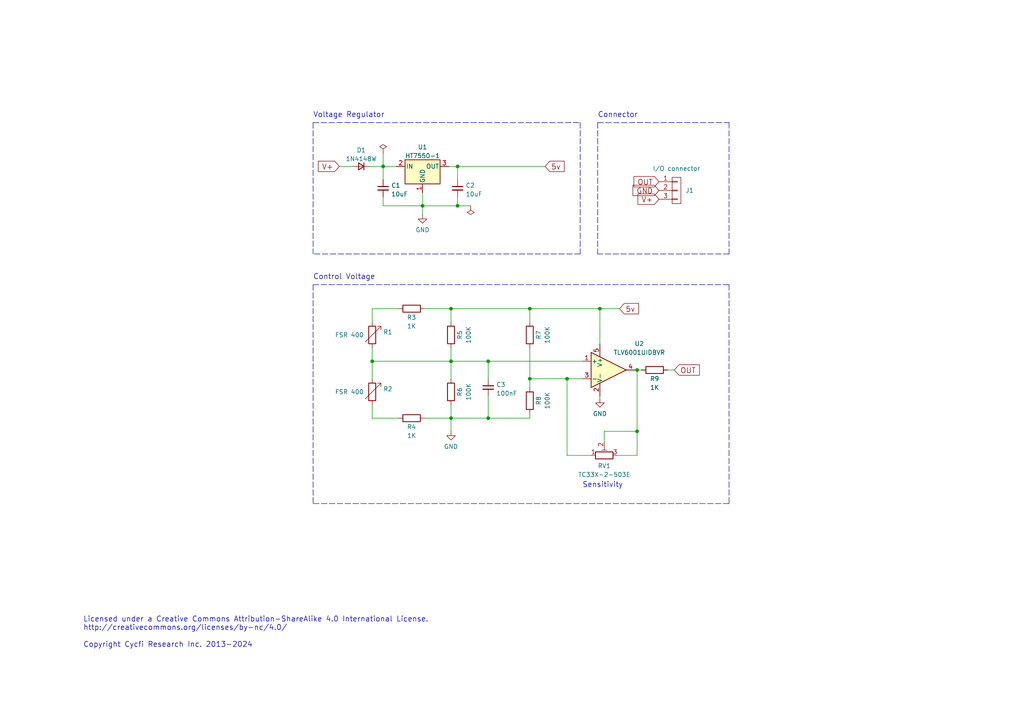
<source format=kicad_sch>
(kicad_sch (version 20211123) (generator eeschema)
  (paper "A4")
  (title_block (title "Touch Pad") (date "2024-08-07") (rev "v0.9") (company "Document Number: 2024002"))
  (lib_symbols
    (symbol "Device:C_Small" (pin_numbers hide) (pin_names (offset 0.254) hide)
      (property "Reference" "C" (at 0.254 1.778 0))
      (property "Value" "C_Small" (at 0.254 -2.032 0))
      (symbol "C_Small_0_1"
        (polyline (pts (xy -1.524 -0.508) (xy 1.524 -0.508)) (stroke (width 0.3302)))
        (polyline (pts (xy -1.524 0.508) (xy 1.524 0.508)) (stroke (width 0.3048)))
      )
      (symbol "C_Small_1_1"
        (pin passive line (at 0 2.54 270) (length 2.032) (name "~") (number "1"))
        (pin passive line (at 0 -2.54 90) (length 2.032) (name "~") (number "2"))
      )
    )
    (symbol "Device:D_Small" (pin_numbers hide) (pin_names (offset 0.254) hide)
      (property "Reference" "D" (at -1.27 2.032 0))
      (property "Value" "D_Small" (at -3.81 -2.032 0))
      (symbol "D_Small_0_1"
        (polyline (pts (xy -0.762 -1.016) (xy -0.762 1.016)) (stroke (width 0.254)))
        (polyline (pts (xy -0.762 0) (xy 0.762 0)))
        (polyline (pts (xy 0.762 -1.016) (xy -0.762 0) (xy 0.762 1.016) (xy 0.762 -1.016)) (stroke (width 0.254)))
      )
      (symbol "D_Small_1_1"
        (pin passive line (at -2.54 0 0) (length 1.778) (name "K") (number "1"))
        (pin passive line (at 2.54 0 180) (length 1.778) (name "A") (number "2"))
      )
    )
    (symbol "Device:R" (pin_numbers hide) (pin_names (offset 0))
      (property "Reference" "R" (at 2.032 0 90))
      (property "Value" "R" (at 0 0 90))
      (symbol "R_0_1"
        (rectangle (start -1.016 -2.54) (end 1.016 2.54) (stroke (width 0.254)))
      )
      (symbol "R_1_1"
        (pin passive line (at 0 3.81 270) (length 1.27) (name "~") (number "1"))
        (pin passive line (at 0 -3.81 90) (length 1.27) (name "~") (number "2"))
      )
    )
    (symbol "Device:R_Potentiometer_Trim" (pin_names (offset 1.016) hide)
      (property "Reference" "RV" (at -4.445 0 90))
      (property "Value" "R_Potentiometer_Trim" (at -2.54 0 90))
      (symbol "R_Potentiometer_Trim_0_1"
        (polyline (pts (xy 1.524 0.762) (xy 1.524 -0.762)))
        (polyline (pts (xy 2.54 0) (xy 1.524 0)))
        (rectangle (start 1.016 2.54) (end -1.016 -2.54) (stroke (width 0.254)))
      )
      (symbol "R_Potentiometer_Trim_1_1"
        (pin passive line (at 0 3.81 270) (length 1.27) (name "1") (number "1"))
        (pin passive line (at 3.81 0 180) (length 1.27) (name "2") (number "2"))
        (pin passive line (at 0 -3.81 90) (length 1.27) (name "3") (number "3"))
      )
    )
    (symbol "Device:R_Variable" (pin_numbers hide) (pin_names (offset 0))
      (property "Reference" "R" (at 2.54 -2.54 90))
      (property "Value" "R_Variable" (at -2.54 -1.27 90))
      (symbol "R_Variable_0_1"
        (rectangle (start -1.016 -2.54) (end 1.016 2.54) (stroke (width 0.254)))
        (polyline (pts (xy 2.54 1.524) (xy 2.54 2.54) (xy 1.524 2.54) (xy 2.54 2.54) (xy -2.032 -2.032)))
      )
      (symbol "R_Variable_1_1"
        (pin passive line (at 0 3.81 270) (length 1.27) (name "~") (number "1"))
        (pin passive line (at 0 -3.81 90) (length 1.27) (name "~") (number "2"))
      )
    )
    (symbol "cycfi_library:conn_1x3" (pin_names (offset 1.016) hide)
      (property "Reference" "J" (at 0 5.08 0))
      (property "Value" "conn_1x3" (at 2.54 0 90))
      (symbol "conn_1x3_0_1"
        (rectangle (start -1.27 -2.413) (end 0.254 -2.667))
        (rectangle (start -1.27 0.127) (end 0.254 -0.127))
        (rectangle (start -1.27 2.667) (end 0.254 2.413))
        (rectangle (start -1.27 3.81) (end 1.27 -3.81))
      )
      (symbol "conn_1x3_1_1"
        (pin passive line (at -5.08 2.54 0) (length 3.81) (name "P1") (number "1"))
        (pin passive line (at -5.08 0 0) (length 3.81) (name "P2") (number "2"))
        (pin passive line (at -5.08 -2.54 0) (length 3.81) (name "P3") (number "3"))
      )
    )
    (symbol "cycfi_library:opamp_dbv2" (pin_names (offset 0.127))
      (property "Reference" "U" (at -1.27 6.35 0))
      (property "Value" "opamp_dbv2" (at -1.27 3.81 0))
      (symbol "opamp_dbv2_0_1"
        (polyline (pts (xy -5.08 5.08) (xy 5.08 0) (xy -5.08 -5.08) (xy -5.08 5.08)) (stroke (width 0.254)) (fill (type background)))
        (pin power_in line (at -2.54 -7.62 90) (length 3.81) (name "V-") (number "2"))
        (pin power_in line (at -2.54 7.62 270) (length 3.81) (name "V+") (number "5"))
      )
      (symbol "opamp_dbv2_1_1"
        (pin input line (at -7.62 2.54 0) (length 2.54) (name "+") (number "1"))
        (pin input line (at -7.62 -2.54 0) (length 2.54) (name "-") (number "3"))
        (pin output line (at 7.62 0 180) (length 2.54) (name "~") (number "4"))
      )
    )
    (symbol "cycfi_library:sot89-3-gio" (pin_names (offset 0.254))
      (property "Reference" "U" (at -3.81 3.175 0))
      (property "Value" "sot89-3-gio" (at -0.635 3.175 0))
      (symbol "sot89-3-gio_0_1"
        (rectangle (start -5.08 1.905) (end 5.08 -5.08) (stroke (width 0.254)) (fill (type background)))
      )
      (symbol "sot89-3-gio_1_1"
        (pin power_in line (at 0 -7.62 90) (length 2.54) (name "GND") (number "1"))
        (pin power_in line (at -7.62 0 0) (length 2.54) (name "IN") (number "2"))
        (pin power_out line (at 7.62 0 180) (length 2.54) (name "OUT") (number "3"))
      )
    )
    (symbol "power:GND" (power) (pin_names (offset 0))
      (property "Value" "GND" (at 0 -3.81 0))
      (symbol "GND_0_1"
        (polyline (pts (xy 0 0) (xy 0 -1.27) (xy 1.27 -1.27) (xy 0 -2.54) (xy -1.27 -1.27) (xy 0 -1.27)))
      )
      (symbol "GND_1_1"
        (pin power_in line (at 0 0 270) (length 0) hide (name "GND") (number "1"))
      )
    )
    (symbol "power:PWR_FLAG" (power) (pin_numbers hide) (pin_names (offset 0) hide)
      (property "Value" "PWR_FLAG" (at 0 3.81 0))
      (symbol "PWR_FLAG_0_0"
        (pin power_out line (at 0 0 90) (length 0) (name "pwr") (number "1"))
      )
      (symbol "PWR_FLAG_0_1"
        (polyline (pts (xy 0 0) (xy 0 1.27) (xy -1.016 1.905) (xy 0 2.54) (xy 1.016 1.905) (xy 0 1.27)))
      )
    )
  )
  (junction (at 184.785 125.095))
  (junction (at 122.555 59.69))
  (junction (at 132.715 48.26))
  (junction (at 141.605 121.285))
  (junction (at 130.81 121.285))
  (junction (at 111.125 48.26))
  (junction (at 141.605 104.775))
  (junction (at 130.81 104.775))
  (junction (at 164.465 109.855))
  (junction (at 132.715 59.69))
  (junction (at 107.95 104.775))
  (junction (at 130.81 89.535))
  (junction (at 173.99 89.535))
  (junction (at 153.67 89.535))
  (junction (at 153.67 109.855))
  (junction (at 184.785 107.315))
  (wire (pts (xy 175.26 125.095) (xy 175.26 128.27)))
  (wire (pts (xy 164.465 132.08) (xy 164.465 109.855)))
  (polyline (pts (xy 90.805 82.55) (xy 90.805 146.05)))
  (wire (pts (xy 153.67 89.535) (xy 153.67 93.345)))
  (wire (pts (xy 130.81 100.965) (xy 130.81 104.775)))
  (wire (pts (xy 184.785 125.095) (xy 184.785 107.315)))
  (wire (pts (xy 111.125 48.26) (xy 114.935 48.26)))
  (wire (pts (xy 132.715 48.26) (xy 158.115 48.26)))
  (wire (pts (xy 141.605 104.775) (xy 168.91 104.775)))
  (wire (pts (xy 130.81 104.775) (xy 141.605 104.775)))
  (wire (pts (xy 107.95 100.965) (xy 107.95 104.775)))
  (polyline (pts (xy 173.355 35.56) (xy 211.455 35.56)))
  (wire (pts (xy 175.26 125.095) (xy 184.785 125.095)))
  (wire (pts (xy 107.95 121.285) (xy 115.57 121.285)))
  (polyline (pts (xy 168.275 73.66) (xy 90.805 73.66)))
  (wire (pts (xy 130.81 117.475) (xy 130.81 121.285)))
  (wire (pts (xy 153.67 109.855) (xy 153.67 112.395)))
  (wire (pts (xy 123.19 89.535) (xy 130.81 89.535)))
  (wire (pts (xy 132.715 59.69) (xy 136.525 59.69)))
  (wire (pts (xy 107.95 104.775) (xy 107.95 109.855)))
  (wire (pts (xy 141.605 121.285) (xy 130.81 121.285)))
  (wire (pts (xy 132.715 48.26) (xy 132.715 52.07)))
  (polyline (pts (xy 90.805 82.55) (xy 211.455 82.55)))
  (wire (pts (xy 153.67 100.965) (xy 153.67 109.855)))
  (wire (pts (xy 132.715 57.15) (xy 132.715 59.69)))
  (wire (pts (xy 153.67 121.285) (xy 141.605 121.285)))
  (wire (pts (xy 173.99 114.935) (xy 173.99 115.57)))
  (wire (pts (xy 132.715 59.69) (xy 122.555 59.69)))
  (polyline (pts (xy 90.805 35.56) (xy 90.805 73.66)))
  (wire (pts (xy 107.95 89.535) (xy 115.57 89.535)))
  (wire (pts (xy 141.605 104.775) (xy 141.605 109.855)))
  (wire (pts (xy 153.67 109.855) (xy 164.465 109.855)))
  (wire (pts (xy 111.125 44.45) (xy 111.125 48.26)))
  (wire (pts (xy 130.81 89.535) (xy 153.67 89.535)))
  (wire (pts (xy 141.605 114.935) (xy 141.605 121.285)))
  (wire (pts (xy 130.175 48.26) (xy 132.715 48.26)))
  (wire (pts (xy 107.95 117.475) (xy 107.95 121.285)))
  (polyline (pts (xy 90.805 35.56) (xy 168.275 35.56)))
  (wire (pts (xy 122.555 62.23) (xy 122.555 59.69)))
  (wire (pts (xy 173.99 89.535) (xy 179.705 89.535)))
  (wire (pts (xy 179.07 132.08) (xy 184.785 132.08)))
  (polyline (pts (xy 211.455 82.55) (xy 211.455 146.05)))
  (wire (pts (xy 164.465 109.855) (xy 168.91 109.855)))
  (wire (pts (xy 107.95 93.345) (xy 107.95 89.535)))
  (wire (pts (xy 193.675 107.315) (xy 195.58 107.315)))
  (polyline (pts (xy 211.455 73.66) (xy 173.355 73.66)))
  (wire (pts (xy 153.67 89.535) (xy 173.99 89.535)))
  (wire (pts (xy 184.785 132.08) (xy 184.785 125.095)))
  (wire (pts (xy 130.81 104.775) (xy 107.95 104.775)))
  (wire (pts (xy 184.15 107.315) (xy 184.785 107.315)))
  (wire (pts (xy 107.315 48.26) (xy 111.125 48.26)))
  (wire (pts (xy 130.81 121.285) (xy 130.81 125.095)))
  (wire (pts (xy 98.425 48.26) (xy 102.235 48.26)))
  (polyline (pts (xy 211.455 146.05) (xy 90.805 146.05)))
  (wire (pts (xy 153.67 120.015) (xy 153.67 121.285)))
  (polyline (pts (xy 168.275 35.56) (xy 168.275 73.66)))
  (wire (pts (xy 130.81 89.535) (xy 130.81 93.345)))
  (wire (pts (xy 184.785 107.315) (xy 186.055 107.315)))
  (wire (pts (xy 123.19 121.285) (xy 130.81 121.285)))
  (wire (pts (xy 173.99 89.535) (xy 173.99 99.695)))
  (wire (pts (xy 111.125 48.26) (xy 111.125 52.07)))
  (polyline (pts (xy 173.355 35.56) (xy 173.355 73.66)))
  (polyline (pts (xy 211.455 35.56) (xy 211.455 73.66)))
  (wire (pts (xy 130.81 109.855) (xy 130.81 104.775)))
  (wire (pts (xy 111.125 57.15) (xy 111.125 59.69)))
  (wire (pts (xy 122.555 55.88) (xy 122.555 59.69)))
  (wire (pts (xy 171.45 132.08) (xy 164.465 132.08)))
  (wire (pts (xy 111.125 59.69) (xy 122.555 59.69)))
  (text "Connector" (at 173.355 34.29 0) (effects (font (size 1.524 1.524)) (justify left bottom)))
  (text "Sensitivity" (at 168.91 141.605 0) (effects (font (size 1.524 1.524)) (justify left bottom)))
  (text "Licensed under a Creative Commons Attribution-ShareAlike 4.0 International License. \nhttp://creativecommons.org/licenses/by-nc/4.0/\n\nCopyright Cycfi Research Inc. 2013-2024" (at 24.13 187.96 0) (effects (font (size 1.524 1.524)) (justify left bottom)))
  (text "Voltage Regulator" (at 90.805 34.29 0) (effects (font (size 1.524 1.524)) (justify left bottom)))
  (text "Control Voltage" (at 90.805 81.28 0) (effects (font (size 1.524 1.524)) (justify left bottom)))
  (global_label "OUT" (shape input) (at 191.135 52.705 180) (effects (font (size 1.524 1.524))) (property "Intersheet References" "${INTERSHEET_REFS}" (effects hide)))
  (global_label "V+" (shape input) (at 191.135 57.785 180) (effects (font (size 1.524 1.524))) (property "Intersheet References" "${INTERSHEET_REFS}" (effects hide)))
  (global_label "5v" (shape input) (at 179.705 89.535 0) (effects (font (size 1.524 1.524))) (property "Intersheet References" "${INTERSHEET_REFS}" (effects hide)))
  (global_label "5v" (shape input) (at 158.115 48.26 0) (effects (font (size 1.524 1.524))) (property "Intersheet References" "${INTERSHEET_REFS}" (effects hide)))
  (global_label "OUT" (shape input) (at 195.58 107.315 0) (effects (font (size 1.524 1.524))) (property "Intersheet References" "${INTERSHEET_REFS}" (effects hide)))
  (global_label "GND" (shape input) (at 191.135 55.245 180) (effects (font (size 1.524 1.524))) (property "Intersheet References" "${INTERSHEET_REFS}" (effects hide)))
  (global_label "V+" (shape input) (at 98.425 48.26 180) (effects (font (size 1.524 1.524))) (property "Intersheet References" "${INTERSHEET_REFS}" (effects hide)))
  (symbol (lib_id "Device:D_Small") (at 104.775 48.26 180) (unit 1)
    (property "Reference" "D1" (at 104.775 43.5442 0))
    (property "Value" "1N4148W" (at 104.775 46.0811 0))
    (property "Footprint" "Diode_SMD:D_SOD-123" (effects hide))
    (property "LCSC" "C81598" (effects hide))
  )
  (symbol (lib_id "power:GND") (at 122.555 62.23 0) (unit 1)
    (property "Reference" "#PWR01" (effects hide))
    (property "Value" "GND" (at 122.555 66.6734 0))
  )
  (symbol (lib_id "Device:R_Potentiometer_Trim") (at 175.26 132.08 90) (unit 1)
    (property "Reference" "RV1" (at 175.26 135.1264 90))
    (property "Value" "TC33X-2-503E" (at 175.26 137.6633 90))
    (property "Footprint" "cycfi_library:TC33X-2" (effects hide))
    (property "LCSC" "C913246" (effects hide))
  )
  (symbol (lib_id "power:GND") (at 173.99 115.57 0) (unit 1)
    (property "Reference" "#PWR03" (effects hide))
    (property "Value" "GND" (at 173.99 120.0134 0))
  )
  (symbol (lib_id "Device:R_Variable") (at 107.95 113.665 0) (unit 1)
    (property "Reference" "R2" (at 111.125 112.8303 0) (effects (justify left)))
    (property "Value" "FSR 400" (at 97.155 113.665 0) (effects (justify left)))
    (property "Footprint" "cycfi_library:FSR-400" (effects hide))
  )
  (symbol (lib_id "Device:R") (at 153.67 116.205 180) (unit 1)
    (property "Reference" "R8" (at 156.2131 116.205 90))
    (property "Value" "100K" (at 158.75 116.205 90))
    (property "Footprint" "Resistor_SMD:R_0402_1005Metric" (effects hide))
    (property "LCSC" "C25741" (effects hide))
  )
  (symbol (lib_id "Device:R") (at 130.81 97.155 180) (unit 1)
    (property "Reference" "R5" (at 133.3531 97.155 90))
    (property "Value" "100K" (at 135.89 97.155 90))
    (property "Footprint" "Resistor_SMD:R_0402_1005Metric" (effects hide))
    (property "LCSC" "C25741" (effects hide))
  )
  (symbol (lib_id "Device:R") (at 189.865 107.315 90) (unit 1)
    (property "Reference" "R9" (at 189.865 109.8581 90))
    (property "Value" "1K" (at 189.865 112.395 90))
    (property "Footprint" "Resistor_SMD:R_0402_1005Metric" (effects hide))
    (property "LCSC" "C11702" (effects hide))
  )
  (symbol (lib_id "power:PWR_FLAG") (at 136.525 59.69 180) (unit 1)
    (property "Reference" "#FLG02" (effects hide))
    (property "Value" "PWR_FLAG" (effects hide))
  )
  (symbol (lib_id "Device:R") (at 119.38 121.285 90) (unit 1)
    (property "Reference" "R4" (at 119.38 123.8281 90))
    (property "Value" "1K" (at 119.38 126.365 90))
    (property "Footprint" "Resistor_SMD:R_0402_1005Metric" (effects hide))
    (property "LCSC" "C11702" (effects hide))
  )
  (symbol (lib_id "power:GND") (at 130.81 125.095 0) (unit 1)
    (property "Reference" "#PWR02" (effects hide))
    (property "Value" "GND" (at 130.81 129.5384 0))
  )
  (symbol (lib_id "Device:R_Variable") (at 107.95 97.155 0) (unit 1)
    (property "Reference" "R1" (at 111.125 96.3203 0) (effects (justify left)))
    (property "Value" "FSR 400" (at 97.155 97.155 0) (effects (justify left)))
    (property "Footprint" "cycfi_library:FSR-400" (effects hide))
  )
  (symbol (lib_id "Device:C_Small") (at 111.125 54.61 0) (unit 1)
    (property "Reference" "C1" (at 113.4491 53.7816 0) (effects (justify left)))
    (property "Value" "10uF" (at 113.4491 56.3185 0) (effects (justify left)))
    (property "Footprint" "Capacitor_SMD:C_0805_2012Metric" (effects hide))
    (property "LCSC" "C15850" (effects hide))
  )
  (symbol (lib_id "Device:C_Small") (at 132.715 54.61 0) (unit 1)
    (property "Reference" "C2" (at 135.0391 53.7816 0) (effects (justify left)))
    (property "Value" "10uF" (at 135.0391 56.3185 0) (effects (justify left)))
    (property "Footprint" "Capacitor_SMD:C_0805_2012Metric" (effects hide))
    (property "LCSC" "C15850" (effects hide))
  )
  (symbol (lib_id "Device:R") (at 119.38 89.535 90) (unit 1)
    (property "Reference" "R3" (at 119.38 92.0781 90))
    (property "Value" "1K" (at 119.38 94.615 90))
    (property "Footprint" "Resistor_SMD:R_0402_1005Metric" (effects hide))
    (property "LCSC" "C11702" (effects hide))
  )
  (symbol (lib_id "cycfi_library:sot89-3-gio") (at 122.555 48.26 0) (unit 1)
    (property "Reference" "U1" (at 122.555 42.6552 0))
    (property "Value" "HT7550-1" (at 122.555 45.1921 0))
    (property "Footprint" "Package_TO_SOT_SMD:SOT-89-3" (effects hide))
    (property "LCSC" "C16106" (effects hide))
    (property "JLCPCB_CORRECTION" "0;0;180" (effects hide))
  )
  (symbol (lib_id "power:PWR_FLAG") (at 111.125 44.45 0) (unit 1)
    (property "Reference" "#FLG01" (effects hide))
    (property "Value" "PWR_FLAG" (effects hide))
  )
  (symbol (lib_id "cycfi_library:conn_1x3") (at 196.215 55.245 0) (unit 1)
    (property "Reference" "J1" (at 200.025 55.245 0))
    (property "Value" "I/O connector" (at 196.215 48.8919 0))
    (property "Footprint" "Connector_PinHeader_2.54mm:PinHeader_1x03_P2.54mm_Vertical_SMD_Pin1Left" (effects hide))
    (property "LCSC" "C2883760" (effects hide))
    (property "JLCPCB_CORRECTION" "0;0;270" (effects hide))
  )
  (symbol (lib_id "Device:C_Small") (at 141.605 112.395 0) (unit 1)
    (property "Reference" "C3" (at 143.9291 111.5666 0) (effects (justify left)))
    (property "Value" "100nF" (at 143.9291 114.1035 0) (effects (justify left)))
    (property "Footprint" "Capacitor_SMD:C_0402_1005Metric" (effects hide))
    (property "LCSC" "C307331" (effects hide))
  )
  (symbol (lib_id "cycfi_library:opamp_dbv2") (at 176.53 107.315 0) (unit 1)
    (property "Reference" "U2" (at 185.42 99.695 0))
    (property "Value" "TLV6001UIDBVR" (at 185.42 102.2319 0))
    (property "Footprint" "Package_TO_SOT_SMD:SOT-23-5" (effects hide))
    (property "Datasheet" "https://www.ti.com/lit/ds/symlink/tlv6001.pdf" (effects hide))
    (property "LCSC" "C544299" (effects hide))
    (property "JLCPCB_CORRECTION" "0;0;180" (effects hide))
  )
  (symbol (lib_id "Device:R") (at 153.67 97.155 180) (unit 1)
    (property "Reference" "R7" (at 156.2131 97.155 90))
    (property "Value" "100K" (at 158.75 97.155 90))
    (property "Footprint" "Resistor_SMD:R_0402_1005Metric" (effects hide))
    (property "LCSC" "C25741" (effects hide))
  )
  (symbol (lib_id "Device:R") (at 130.81 113.665 180) (unit 1)
    (property "Reference" "R6" (at 133.3531 113.665 90))
    (property "Value" "100K" (at 135.89 113.665 90))
    (property "Footprint" "Resistor_SMD:R_0402_1005Metric" (effects hide))
    (property "LCSC" "C25741" (effects hide))
  )
)
</source>
